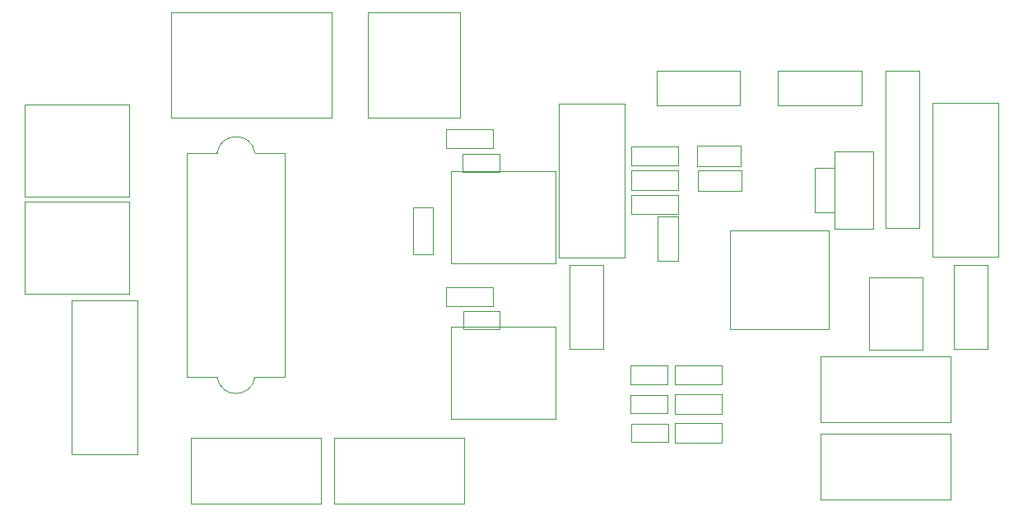
<source format=gbr>
G04 #@! TF.FileFunction,Other,User*
%FSLAX46Y46*%
G04 Gerber Fmt 4.6, Leading zero omitted, Abs format (unit mm)*
G04 Created by KiCad (PCBNEW 4.0.5) date Thu Feb 16 15:30:16 2017*
%MOMM*%
%LPD*%
G01*
G04 APERTURE LIST*
%ADD10C,0.100000*%
%ADD11C,0.050000*%
G04 APERTURE END LIST*
D10*
D11*
X128000000Y-98025000D02*
X128000000Y-91275000D01*
X128000000Y-91275000D02*
X114650000Y-91275000D01*
X114650000Y-91275000D02*
X114650000Y-98025000D01*
X114650000Y-98025000D02*
X128000000Y-98025000D01*
X121199611Y-61996989D02*
G75*
G03X117300000Y-62000000I-1949611J-253011D01*
G01*
X117300389Y-85003011D02*
G75*
G03X121200000Y-85000000I1949611J253011D01*
G01*
X124300000Y-85000000D02*
X121200000Y-85000000D01*
X124300000Y-62000000D02*
X124300000Y-85000000D01*
X114200000Y-85000000D02*
X114200000Y-62000000D01*
X117300000Y-85000000D02*
X114200000Y-85000000D01*
X117300000Y-62000000D02*
X114200000Y-62000000D01*
X121200000Y-62000000D02*
X124300000Y-62000000D01*
X141350000Y-89300000D02*
X152150000Y-89300000D01*
X152150000Y-89300000D02*
X152150000Y-79800000D01*
X152150000Y-79800000D02*
X141350000Y-79800000D01*
X141350000Y-79800000D02*
X141350000Y-89300000D01*
X142725000Y-98025000D02*
X142725000Y-91275000D01*
X142725000Y-91275000D02*
X129375000Y-91275000D01*
X129375000Y-91275000D02*
X129375000Y-98025000D01*
X129375000Y-98025000D02*
X142725000Y-98025000D01*
X102350000Y-92950000D02*
X109100000Y-92950000D01*
X109100000Y-92950000D02*
X109100000Y-77100000D01*
X109100000Y-77100000D02*
X102350000Y-77100000D01*
X102350000Y-77100000D02*
X102350000Y-92950000D01*
X142600000Y-80100000D02*
X142600000Y-78200000D01*
X142600000Y-78200000D02*
X146400000Y-78200000D01*
X146400000Y-78200000D02*
X146400000Y-80100000D01*
X146400000Y-80100000D02*
X142600000Y-80100000D01*
X142550980Y-63950000D02*
X142550980Y-62050000D01*
X142550980Y-62050000D02*
X146350980Y-62050000D01*
X146350980Y-62050000D02*
X146350980Y-63950000D01*
X146350980Y-63950000D02*
X142550980Y-63950000D01*
X140850000Y-75750000D02*
X145650000Y-75750000D01*
X140850000Y-77750000D02*
X145650000Y-77750000D01*
X140850000Y-75750000D02*
X140850000Y-77750000D01*
X145650000Y-75750000D02*
X145650000Y-77750000D01*
X140850000Y-59500000D02*
X145650000Y-59500000D01*
X140850000Y-61500000D02*
X145650000Y-61500000D01*
X140850000Y-59500000D02*
X140850000Y-61500000D01*
X145650000Y-59500000D02*
X145650000Y-61500000D01*
X137500000Y-72400000D02*
X137500000Y-67600000D01*
X139500000Y-72400000D02*
X139500000Y-67600000D01*
X137500000Y-72400000D02*
X139500000Y-72400000D01*
X137500000Y-67600000D02*
X139500000Y-67600000D01*
X108300000Y-56950000D02*
X97500000Y-56950000D01*
X97500000Y-56950000D02*
X97500000Y-66450000D01*
X97500000Y-66450000D02*
X108300000Y-66450000D01*
X108300000Y-66450000D02*
X108300000Y-56950000D01*
X108300000Y-66950000D02*
X97500000Y-66950000D01*
X97500000Y-66950000D02*
X97500000Y-76450000D01*
X97500000Y-76450000D02*
X108300000Y-76450000D01*
X108300000Y-76450000D02*
X108300000Y-66950000D01*
X129050000Y-58300000D02*
X129050000Y-47500000D01*
X129050000Y-47500000D02*
X112550000Y-47500000D01*
X112550000Y-47500000D02*
X112550000Y-58300000D01*
X112550000Y-58300000D02*
X129050000Y-58300000D01*
X142300000Y-58300000D02*
X142300000Y-47500000D01*
X142300000Y-47500000D02*
X132800000Y-47500000D01*
X132800000Y-47500000D02*
X132800000Y-58300000D01*
X132800000Y-58300000D02*
X142300000Y-58300000D01*
X141350000Y-73300000D02*
X152150000Y-73300000D01*
X152150000Y-73300000D02*
X152150000Y-63800000D01*
X152150000Y-63800000D02*
X141350000Y-63800000D01*
X141350000Y-63800000D02*
X141350000Y-73300000D01*
X189900000Y-74750000D02*
X184400000Y-74750000D01*
X189900000Y-82250000D02*
X184400000Y-82250000D01*
X189900000Y-74750000D02*
X189900000Y-82250000D01*
X184400000Y-74750000D02*
X184400000Y-82250000D01*
X192760000Y-89630000D02*
X192760000Y-82880000D01*
X192760000Y-82880000D02*
X179410000Y-82880000D01*
X179410000Y-82880000D02*
X179410000Y-89630000D01*
X179410000Y-89630000D02*
X192760000Y-89630000D01*
X178810000Y-68080000D02*
X178810000Y-63480000D01*
X180810000Y-68080000D02*
X180810000Y-63480000D01*
X178810000Y-68080000D02*
X180810000Y-68080000D01*
X178810000Y-63480000D02*
X180810000Y-63480000D01*
X166710000Y-61230000D02*
X171210000Y-61230000D01*
X171210000Y-61230000D02*
X171210000Y-63330000D01*
X171210000Y-63330000D02*
X166710000Y-63330000D01*
X166710000Y-61230000D02*
X166710000Y-63330000D01*
X166725000Y-63730000D02*
X171225000Y-63730000D01*
X171225000Y-63730000D02*
X171225000Y-65830000D01*
X171225000Y-65830000D02*
X166725000Y-65830000D01*
X166725000Y-63730000D02*
X166725000Y-65830000D01*
X164710000Y-68530000D02*
X164710000Y-73030000D01*
X164710000Y-73030000D02*
X162610000Y-73030000D01*
X162610000Y-73030000D02*
X162610000Y-68530000D01*
X164710000Y-68530000D02*
X162610000Y-68530000D01*
X163710000Y-89830000D02*
X163710000Y-91730000D01*
X163710000Y-91730000D02*
X159910000Y-91730000D01*
X159910000Y-91730000D02*
X159910000Y-89830000D01*
X159910000Y-89830000D02*
X163710000Y-89830000D01*
X163660980Y-83830000D02*
X163660980Y-85730000D01*
X163660980Y-85730000D02*
X159860980Y-85730000D01*
X159860980Y-85730000D02*
X159860980Y-83830000D01*
X159860980Y-83830000D02*
X163660980Y-83830000D01*
X163660980Y-86830000D02*
X163660980Y-88730000D01*
X163660980Y-88730000D02*
X159860980Y-88730000D01*
X159860980Y-88730000D02*
X159860980Y-86830000D01*
X159860980Y-86830000D02*
X163660980Y-86830000D01*
X152460000Y-72730000D02*
X159210000Y-72730000D01*
X159210000Y-72730000D02*
X159210000Y-56880000D01*
X159210000Y-56880000D02*
X152460000Y-56880000D01*
X152460000Y-56880000D02*
X152460000Y-72730000D01*
X153560000Y-73490000D02*
X153560000Y-82090000D01*
X157060000Y-73490000D02*
X157060000Y-82090000D01*
X153560000Y-73490000D02*
X157060000Y-73490000D01*
X153560000Y-82090000D02*
X157060000Y-82090000D01*
X197660000Y-56830000D02*
X190910000Y-56830000D01*
X190910000Y-56830000D02*
X190910000Y-72680000D01*
X190910000Y-72680000D02*
X197660000Y-72680000D01*
X197660000Y-72680000D02*
X197660000Y-56830000D01*
X193060000Y-73490000D02*
X193060000Y-82090000D01*
X196560000Y-73490000D02*
X196560000Y-82090000D01*
X193060000Y-73490000D02*
X196560000Y-73490000D01*
X193060000Y-82090000D02*
X196560000Y-82090000D01*
X186060000Y-53490000D02*
X186060000Y-69690000D01*
X189560000Y-53490000D02*
X189560000Y-69690000D01*
X186060000Y-53490000D02*
X189560000Y-53490000D01*
X186060000Y-69690000D02*
X189560000Y-69690000D01*
X192760000Y-97630000D02*
X192760000Y-90880000D01*
X192760000Y-90880000D02*
X179410000Y-90880000D01*
X179410000Y-90880000D02*
X179410000Y-97630000D01*
X179410000Y-97630000D02*
X192760000Y-97630000D01*
X162520000Y-57030000D02*
X171120000Y-57030000D01*
X162520000Y-53530000D02*
X171120000Y-53530000D01*
X162520000Y-57030000D02*
X162520000Y-53530000D01*
X171120000Y-57030000D02*
X171120000Y-53530000D01*
X175020000Y-57030000D02*
X183620000Y-57030000D01*
X175020000Y-53530000D02*
X183620000Y-53530000D01*
X175020000Y-57030000D02*
X175020000Y-53530000D01*
X183620000Y-57030000D02*
X183620000Y-53530000D01*
X164710000Y-63280000D02*
X159910000Y-63280000D01*
X164710000Y-61280000D02*
X159910000Y-61280000D01*
X164710000Y-63280000D02*
X164710000Y-61280000D01*
X159910000Y-63280000D02*
X159910000Y-61280000D01*
X164710000Y-65780000D02*
X159910000Y-65780000D01*
X164710000Y-63780000D02*
X159910000Y-63780000D01*
X164710000Y-65780000D02*
X164710000Y-63780000D01*
X159910000Y-65780000D02*
X159910000Y-63780000D01*
X164710000Y-68280000D02*
X159910000Y-68280000D01*
X164710000Y-66280000D02*
X159910000Y-66280000D01*
X164710000Y-68280000D02*
X164710000Y-66280000D01*
X159910000Y-68280000D02*
X159910000Y-66280000D01*
X169210000Y-91780000D02*
X164410000Y-91780000D01*
X169210000Y-89780000D02*
X164410000Y-89780000D01*
X169210000Y-91780000D02*
X169210000Y-89780000D01*
X164410000Y-91780000D02*
X164410000Y-89780000D01*
X169210000Y-85780000D02*
X164410000Y-85780000D01*
X169210000Y-83780000D02*
X164410000Y-83780000D01*
X169210000Y-85780000D02*
X169210000Y-83780000D01*
X164410000Y-85780000D02*
X164410000Y-83780000D01*
X169210000Y-88780000D02*
X164410000Y-88780000D01*
X169210000Y-86780000D02*
X164410000Y-86780000D01*
X169210000Y-88780000D02*
X169210000Y-86780000D01*
X164410000Y-88780000D02*
X164410000Y-86780000D01*
X180810000Y-69730000D02*
X180810000Y-61830000D01*
X180810000Y-61830000D02*
X184810000Y-61830000D01*
X184810000Y-61830000D02*
X184810000Y-69730000D01*
X184810000Y-69730000D02*
X180810000Y-69730000D01*
X170050000Y-69900000D02*
X170050000Y-80100000D01*
X180250000Y-69900000D02*
X180250000Y-80100000D01*
X170050000Y-69900000D02*
X180250000Y-69900000D01*
X170050000Y-80100000D02*
X180250000Y-80100000D01*
M02*

</source>
